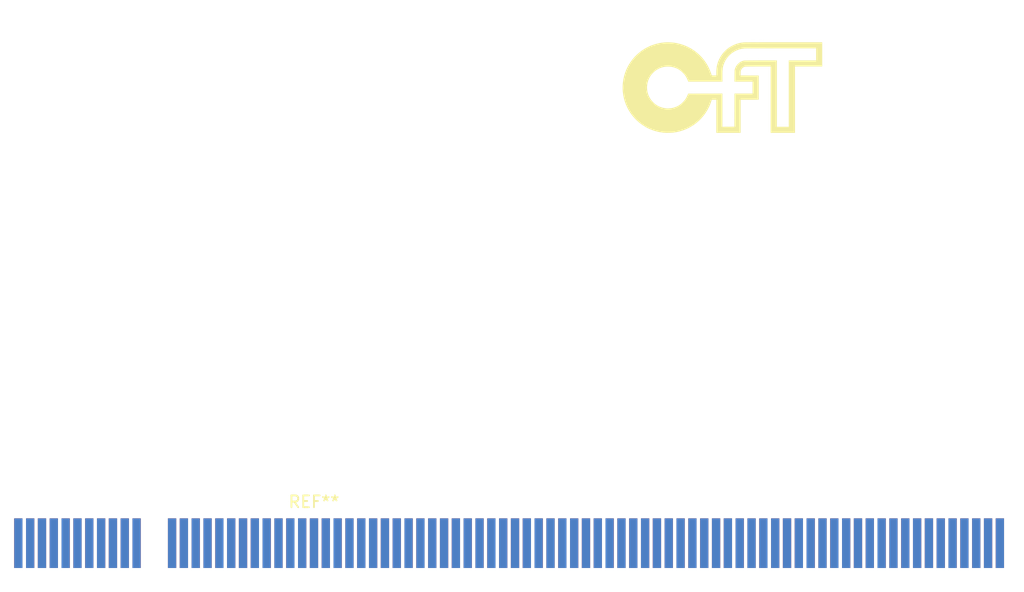
<source format=kicad_pcb>
(kicad_pcb (version 20171130) (host pcbnew 5.1.2-f72e74a~84~ubuntu18.04.1)

  (general
    (thickness 1.6)
    (drawings 0)
    (tracks 0)
    (zones 0)
    (modules 2)
    (nets 1)
  )

  (page A4)
  (layers
    (0 F.Cu signal)
    (31 B.Cu signal)
    (32 B.Adhes user)
    (33 F.Adhes user)
    (34 B.Paste user)
    (35 F.Paste user)
    (36 B.SilkS user)
    (37 F.SilkS user)
    (38 B.Mask user)
    (39 F.Mask user)
    (40 Dwgs.User user)
    (41 Cmts.User user)
    (42 Eco1.User user)
    (43 Eco2.User user)
    (44 Edge.Cuts user)
    (45 Margin user hide)
    (46 B.CrtYd user)
    (47 F.CrtYd user hide)
    (48 B.Fab user)
    (49 F.Fab user hide)
  )

  (setup
    (last_trace_width 0.25)
    (trace_clearance 0.2)
    (zone_clearance 0.508)
    (zone_45_only no)
    (trace_min 0.2)
    (via_size 0.8)
    (via_drill 0.4)
    (via_min_size 0.4)
    (via_min_drill 0.3)
    (uvia_size 0.3)
    (uvia_drill 0.1)
    (uvias_allowed no)
    (uvia_min_size 0.2)
    (uvia_min_drill 0.1)
    (edge_width 0.05)
    (segment_width 0.2)
    (pcb_text_width 0.3)
    (pcb_text_size 1.5 1.5)
    (mod_edge_width 0.12)
    (mod_text_size 1 1)
    (mod_text_width 0.15)
    (pad_size 1.5 0.6)
    (pad_drill 0)
    (pad_to_mask_clearance 0.051)
    (solder_mask_min_width 0.25)
    (aux_axis_origin 0 0)
    (visible_elements FFFFFF7F)
    (pcbplotparams
      (layerselection 0x010fc_ffffffff)
      (usegerberextensions false)
      (usegerberattributes false)
      (usegerberadvancedattributes false)
      (creategerberjobfile false)
      (excludeedgelayer true)
      (linewidth 0.100000)
      (plotframeref false)
      (viasonmask false)
      (mode 1)
      (useauxorigin false)
      (hpglpennumber 1)
      (hpglpenspeed 20)
      (hpglpendiameter 15.000000)
      (psnegative false)
      (psa4output false)
      (plotreference true)
      (plotvalue true)
      (plotinvisibletext false)
      (padsonsilk false)
      (subtractmaskfromsilk false)
      (outputformat 1)
      (mirror false)
      (drillshape 1)
      (scaleselection 1)
      (outputdirectory ""))
  )

  (net 0 "")

  (net_class Default "This is the default net class."
    (clearance 0.2)
    (trace_width 0.25)
    (via_dia 0.8)
    (via_drill 0.4)
    (uvia_dia 0.3)
    (uvia_drill 0.1)
  )

  (module alexios:CFT-LOGO (layer F.Cu) (tedit 5D23715D) (tstamp 5D23CFB8)
    (at 153.289 88.9)
    (fp_text reference G*** (at 0 0) (layer F.SilkS) hide
      (effects (font (size 1.524 1.524) (thickness 0.3)))
    )
    (fp_text value LOGO (at 0.75 0) (layer F.SilkS) hide
      (effects (font (size 1.524 1.524) (thickness 0.3)))
    )
    (fp_poly (pts (xy 7.961359 5.374442) (xy 5.665199 5.374442) (xy 5.665199 10.992922) (xy 3.612879 10.992922)
      (xy 3.612879 5.374442) (xy 2.542069 5.374441) (xy 2.371094 5.374451) (xy 2.219225 5.374495)
      (xy 2.085248 5.374595) (xy 1.96795 5.374771) (xy 1.866116 5.375045) (xy 1.778534 5.37544)
      (xy 1.703988 5.375975) (xy 1.641266 5.376674) (xy 1.589152 5.377557) (xy 1.546435 5.378645)
      (xy 1.511899 5.37996) (xy 1.484331 5.381524) (xy 1.462517 5.383358) (xy 1.445243 5.385484)
      (xy 1.431295 5.387922) (xy 1.41946 5.390695) (xy 1.408523 5.393824) (xy 1.406258 5.394518)
      (xy 1.322072 5.430803) (xy 1.245401 5.483997) (xy 1.178874 5.551286) (xy 1.125121 5.629853)
      (xy 1.086772 5.716885) (xy 1.078293 5.745637) (xy 1.07093 5.784582) (xy 1.066003 5.836756)
      (xy 1.063338 5.90467) (xy 1.062719 5.970872) (xy 1.062719 6.136313) (xy 1.827259 6.138917)
      (xy 2.591799 6.141522) (xy 2.591799 8.183682) (xy 1.062719 8.18889) (xy 1.062719 10.992922)
      (xy -0.979441 10.992922) (xy -0.979441 8.188762) (xy -1.17788 8.188762) (xy -1.250635 8.189097)
      (xy -1.30508 8.190186) (xy -1.343215 8.192156) (xy -1.367039 8.195131) (xy -1.378554 8.199237)
      (xy -1.380244 8.201462) (xy -1.425666 8.343824) (xy -1.469375 8.470622) (xy -1.513116 8.586312)
      (xy -1.558636 8.695354) (xy -1.607679 8.802206) (xy -1.645828 8.879642) (xy -1.780916 9.124865)
      (xy -1.931613 9.35752) (xy -2.097151 9.577071) (xy -2.276763 9.782979) (xy -2.46968 9.974707)
      (xy -2.675135 10.151716) (xy -2.892361 10.31347) (xy -3.120589 10.45943) (xy -3.359053 10.589059)
      (xy -3.606983 10.701819) (xy -3.863614 10.797172) (xy -4.128176 10.874581) (xy -4.399902 10.933508)
      (xy -4.626881 10.967583) (xy -4.672888 10.972014) (xy -4.733424 10.976193) (xy -4.804756 10.980012)
      (xy -4.883151 10.983364) (xy -4.964874 10.986144) (xy -5.046192 10.988243) (xy -5.12337 10.989555)
      (xy -5.192675 10.989974) (xy -5.250373 10.989392) (xy -5.29273 10.987703) (xy -5.302521 10.986903)
      (xy -5.329306 10.984305) (xy -5.370261 10.980389) (xy -5.419329 10.975733) (xy -5.460001 10.971896)
      (xy -5.679824 10.94345) (xy -5.905756 10.899466) (xy -6.132592 10.841279) (xy -6.355125 10.770228)
      (xy -6.568149 10.68765) (xy -6.570701 10.686562) (xy -6.663217 10.646328) (xy -6.743114 10.60959)
      (xy -6.816699 10.573142) (xy -6.890275 10.533779) (xy -6.970147 10.488295) (xy -7.029721 10.453158)
      (xy -7.263313 10.302363) (xy -7.48439 10.135978) (xy -7.692239 9.954842) (xy -7.886144 9.759792)
      (xy -8.065393 9.551669) (xy -8.22927 9.331309) (xy -8.377062 9.099553) (xy -8.508054 8.857239)
      (xy -8.621533 8.605205) (xy -8.637762 8.564682) (xy -8.729718 8.304021) (xy -8.802045 8.039869)
      (xy -8.854933 7.773228) (xy -8.888569 7.505099) (xy -8.903142 7.236482) (xy -8.900984 7.10199)
      (xy -6.850213 7.10199) (xy -6.846265 7.285226) (xy -6.823541 7.467092) (xy -6.78205 7.645833)
      (xy -6.721805 7.819692) (xy -6.668496 7.937519) (xy -6.573866 8.1051) (xy -6.464372 8.259249)
      (xy -6.340951 8.399312) (xy -6.20454 8.524631) (xy -6.056076 8.634553) (xy -5.896497 8.728421)
      (xy -5.726739 8.805579) (xy -5.547739 8.865372) (xy -5.360435 8.907145) (xy -5.26239 8.921254)
      (xy -5.192898 8.926653) (xy -5.109909 8.928696) (xy -5.019936 8.927585) (xy -4.929489 8.923523)
      (xy -4.845078 8.916713) (xy -4.773215 8.907356) (xy -4.764041 8.905767) (xy -4.577944 8.862158)
      (xy -4.4 8.8) (xy -4.230749 8.719584) (xy -4.070729 8.621199) (xy -3.920479 8.505136)
      (xy -3.788681 8.380228) (xy -3.700927 8.283143) (xy -3.624612 8.185777) (xy -3.556705 8.083454)
      (xy -3.494172 7.971496) (xy -3.433983 7.845226) (xy -3.417607 7.807762) (xy -3.360825 7.675682)
      (xy -0.471441 7.670532) (xy -0.471441 10.485109) (xy 0.039099 10.482475) (xy 0.549639 10.479842)
      (xy 0.552214 9.075222) (xy 0.55479 7.670602) (xy 2.078719 7.670602) (xy 2.078719 6.654602)
      (xy 0.553632 6.654602) (xy 0.557186 6.169462) (xy 0.558036 6.057316) (xy 0.558862 5.963515)
      (xy 0.559758 5.886079) (xy 0.560819 5.823034) (xy 0.562136 5.772403) (xy 0.563806 5.732209)
      (xy 0.565921 5.700476) (xy 0.568575 5.675226) (xy 0.571863 5.654485) (xy 0.575878 5.636275)
      (xy 0.580714 5.618619) (xy 0.583851 5.608122) (xy 0.63677 5.466703) (xy 0.706115 5.337207)
      (xy 0.791843 5.219708) (xy 0.833235 5.173414) (xy 0.939098 5.075545) (xy 1.053846 4.995574)
      (xy 1.176736 4.93391) (xy 1.307027 4.890959) (xy 1.371924 4.877119) (xy 1.39275 4.875313)
      (xy 1.433877 4.873674) (xy 1.495287 4.872201) (xy 1.576962 4.870896) (xy 1.678885 4.869758)
      (xy 1.801036 4.868787) (xy 1.943399 4.867984) (xy 2.105955 4.867348) (xy 2.288687 4.86688)
      (xy 2.491575 4.86658) (xy 2.714603 4.866448) (xy 2.781624 4.866442) (xy 4.131039 4.866442)
      (xy 4.131039 10.484922) (xy 5.147039 10.484922) (xy 5.147039 4.866442) (xy 7.453359 4.866442)
      (xy 7.453359 3.840282) (xy 4.463779 3.840368) (xy 4.1487 3.840413) (xy 3.848686 3.840527)
      (xy 3.56405 3.840709) (xy 3.295109 3.840958) (xy 3.042176 3.841274) (xy 2.805568 3.841655)
      (xy 2.5856 3.8421) (xy 2.382587 3.842608) (xy 2.196844 3.843179) (xy 2.028686 3.84381)
      (xy 1.878429 3.844502) (xy 1.746389 3.845252) (xy 1.632879 3.846061) (xy 1.538216 3.846926)
      (xy 1.462714 3.847847) (xy 1.406689 3.848824) (xy 1.370457 3.849854) (xy 1.357359 3.850578)
      (xy 1.159722 3.877562) (xy 0.968137 3.923232) (xy 0.783705 3.986721) (xy 0.607529 4.067163)
      (xy 0.440709 4.163694) (xy 0.284349 4.275448) (xy 0.13955 4.401558) (xy 0.007415 4.541159)
      (xy -0.110956 4.693386) (xy -0.214459 4.857372) (xy -0.301993 5.032252) (xy -0.369061 5.206802)
      (xy -0.390395 5.273568) (xy -0.40861 5.336471) (xy -0.423944 5.397792) (xy -0.436633 5.459812)
      (xy -0.446914 5.524813) (xy -0.455025 5.595076) (xy -0.461203 5.672884) (xy -0.465685 5.760518)
      (xy -0.468708 5.860259) (xy -0.470509 5.97439) (xy -0.471326 6.105191) (xy -0.471441 6.191921)
      (xy -0.471441 6.654602) (xy -3.354646 6.654602) (xy -3.398068 6.545382) (xy -3.460798 6.399898)
      (xy -3.527704 6.27024) (xy -3.601583 6.151962) (xy -3.685229 6.040616) (xy -3.78144 5.931756)
      (xy -3.788536 5.924303) (xy -3.924946 5.795923) (xy -4.071947 5.684129) (xy -4.228092 5.58918)
      (xy -4.391932 5.511333) (xy -4.562017 5.450847) (xy -4.7369 5.40798) (xy -4.91513 5.38299)
      (xy -5.095261 5.376135) (xy -5.275842 5.387674) (xy -5.455425 5.417865) (xy -5.632562 5.466965)
      (xy -5.805803 5.535234) (xy -5.851161 5.556711) (xy -6.020141 5.65046) (xy -6.175006 5.75882)
      (xy -6.315622 5.881655) (xy -6.441851 6.018826) (xy -6.553556 6.170195) (xy -6.650602 6.335626)
      (xy -6.678025 6.390442) (xy -6.749291 6.561609) (xy -6.801737 6.738426) (xy -6.835374 6.919138)
      (xy -6.850213 7.10199) (xy -8.900984 7.10199) (xy -8.89884 6.968379) (xy -8.875852 6.70179)
      (xy -8.834366 6.437717) (xy -8.774571 6.177159) (xy -8.696654 5.921119) (xy -8.600804 5.670598)
      (xy -8.487211 5.426595) (xy -8.356061 5.190113) (xy -8.207544 4.962151) (xy -8.041848 4.743712)
      (xy -7.884544 4.562928) (xy -7.686845 4.364206) (xy -7.477474 4.182006) (xy -7.256929 4.016576)
      (xy -7.025709 3.868166) (xy -6.784312 3.737024) (xy -6.533236 3.623399) (xy -6.272979 3.527542)
      (xy -6.00404 3.4497) (xy -5.726917 3.390122) (xy -5.460001 3.351064) (xy -5.393249 3.345321)
      (xy -5.310581 3.341173) (xy -5.21634 3.338591) (xy -5.114864 3.33755) (xy -5.010495 3.338022)
      (xy -4.907574 3.339982) (xy -4.81044 3.343402) (xy -4.723435 3.348256) (xy -4.650898 3.354517)
      (xy -4.637041 3.356114) (xy -4.355802 3.400345) (xy -4.081719 3.463337) (xy -3.81541 3.544756)
      (xy -3.557494 3.644268) (xy -3.308591 3.761538) (xy -3.069318 3.896231) (xy -2.840295 4.048014)
      (xy -2.622141 4.216552) (xy -2.415473 4.40151) (xy -2.220912 4.602555) (xy -2.124147 4.714042)
      (xy -1.958604 4.92719) (xy -1.809158 5.151515) (xy -1.675468 5.387659) (xy -1.557196 5.636264)
      (xy -1.454003 5.897974) (xy -1.380118 6.123742) (xy -1.373503 6.128389) (xy -1.355483 6.131851)
      (xy -1.324058 6.134252) (xy -1.277226 6.135719) (xy -1.212985 6.136376) (xy -1.17788 6.136442)
      (xy -0.979441 6.136442) (xy -0.979441 5.905239) (xy -0.976543 5.739689) (xy -0.967418 5.589297)
      (xy -0.951425 5.449682) (xy -0.927922 5.316465) (xy -0.896267 5.185266) (xy -0.855817 5.051704)
      (xy -0.853091 5.043504) (xy -0.783542 4.858834) (xy -0.700684 4.68298) (xy -0.602452 4.512078)
      (xy -0.486781 4.342262) (xy -0.457198 4.302562) (xy -0.413946 4.249139) (xy -0.358996 4.186911)
      (xy -0.296348 4.119971) (xy -0.230002 4.052415) (xy -0.163958 3.988339) (xy -0.102217 3.931837)
      (xy -0.060213 3.896141) (xy 0.114532 3.766992) (xy 0.301504 3.652855) (xy 0.498462 3.554645)
      (xy 0.703163 3.473275) (xy 0.913365 3.40966) (xy 1.126826 3.364714) (xy 1.296399 3.342997)
      (xy 1.319173 3.341835) (xy 1.361262 3.34074) (xy 1.422726 3.339712) (xy 1.503624 3.338753)
      (xy 1.604015 3.337861) (xy 1.723958 3.337036) (xy 1.863513 3.336278) (xy 2.022739 3.335588)
      (xy 2.201696 3.334963) (xy 2.400443 3.334406) (xy 2.619038 3.333914) (xy 2.857542 3.333489)
      (xy 3.116013 3.33313) (xy 3.394512 3.332836) (xy 3.693096 3.332608) (xy 4.011827 3.332446)
      (xy 4.350762 3.332348) (xy 4.687299 3.332316) (xy 7.961359 3.332282) (xy 7.961359 5.374442)) (layer F.SilkS) (width 0.01))
  )

  (module alexios:PCIExpress_x8_2x49_P1.00mm_Edge (layer F.Cu) (tedit 5CEC46A1) (tstamp 5CED993E)
    (at 118.282 134.62)
    (descr "PCI Express x8 edge connector")
    (tags "pci express x8")
    (attr virtual)
    (fp_text reference REF** (at 0 -3.5) (layer F.SilkS)
      (effects (font (size 1 1) (thickness 0.15)))
    )
    (fp_text value PCIExpress_x16_2x82_P1.00mm_Edge (at 0 5) (layer F.Fab)
      (effects (font (size 1 1) (thickness 0.15)))
    )
    (fp_line (start -14.45 -4.9) (end -14.45 3.5) (layer F.Fab) (width 0.1))
    (fp_line (start 58.65 -4.9) (end 58.65 3.5) (layer F.Fab) (width 0.1))
    (fp_line (start -12.55 -4.9) (end -12.55 3.5) (layer F.Fab) (width 0.1))
    (fp_line (start -25.65 -4.9) (end -25.65 3.5) (layer F.Fab) (width 0.1))
    (fp_line (start -12.55 3.5) (end 58.65 3.5) (layer F.Fab) (width 0.1))
    (fp_line (start -25.65 3.5) (end -14.45 3.5) (layer F.Fab) (width 0.1))
    (fp_line (start -14.45 -4.9) (end -12.55 -4.9) (layer F.Fab) (width 0.1))
    (fp_line (start -26.2 4.1) (end -13.9 4.1) (layer F.CrtYd) (width 0.05))
    (fp_line (start -13.9 4.1) (end -13.9 -4.3) (layer F.CrtYd) (width 0.05))
    (fp_line (start -13.9 -4.3) (end -13.1 -4.3) (layer F.CrtYd) (width 0.05))
    (fp_line (start -13.1 -4.3) (end -13.1 4.1) (layer F.CrtYd) (width 0.05))
    (fp_line (start -13.1 4.1) (end 59.2 4.1) (layer F.CrtYd) (width 0.05))
    (fp_line (start 59.2 4.1) (end 59.2 -2.6) (layer F.CrtYd) (width 0.05))
    (fp_line (start -26.2 -2.6) (end -26.2 4.1) (layer F.CrtYd) (width 0.05))
    (fp_line (start 59.2 -2.6) (end -12.5 -2.6) (layer F.CrtYd) (width 0.05))
    (fp_line (start -12.5 -2.6) (end -12.5 -5) (layer F.CrtYd) (width 0.05))
    (fp_line (start -12.5 -5) (end -14.5 -5) (layer F.CrtYd) (width 0.05))
    (fp_line (start -14.5 -5) (end -14.5 -2.6) (layer F.CrtYd) (width 0.05))
    (fp_line (start -14.5 -2.6) (end -26.2 -2.6) (layer F.CrtYd) (width 0.05))
    (fp_line (start 58.65 -4.9) (end 60 -4.9) (layer F.Fab) (width 0.1))
    (fp_line (start -25.65 -4.9) (end -26.5 -4.9) (layer F.Fab) (width 0.1))
    (fp_text user %R (at 0 2.8) (layer F.Fab)
      (effects (font (size 1 1) (thickness 0.15)))
    )
    (pad A82 connect rect (at 58 0) (size 0.7 4.2) (layers B.Cu B.Mask))
    (pad A81 connect rect (at 57 0) (size 0.7 4.2) (layers B.Cu B.Mask))
    (pad A80 connect rect (at 56 0) (size 0.7 4.2) (layers B.Cu B.Mask))
    (pad A79 connect rect (at 55 0) (size 0.7 4.2) (layers B.Cu B.Mask))
    (pad A78 connect rect (at 54 0) (size 0.7 4.2) (layers B.Cu B.Mask))
    (pad A77 connect rect (at 53 0) (size 0.7 4.2) (layers B.Cu B.Mask))
    (pad A76 connect rect (at 52 0) (size 0.7 4.2) (layers B.Cu B.Mask))
    (pad A75 connect rect (at 51 0) (size 0.7 4.2) (layers B.Cu B.Mask))
    (pad A74 connect rect (at 50 0) (size 0.7 4.2) (layers B.Cu B.Mask))
    (pad A73 connect rect (at 49 0) (size 0.7 4.2) (layers B.Cu B.Mask))
    (pad A72 connect rect (at 48 0) (size 0.7 4.2) (layers B.Cu B.Mask))
    (pad A71 connect rect (at 47 0) (size 0.7 4.2) (layers B.Cu B.Mask))
    (pad A70 connect rect (at 46 0) (size 0.7 4.2) (layers B.Cu B.Mask))
    (pad A69 connect rect (at 45 0) (size 0.7 4.2) (layers B.Cu B.Mask))
    (pad A68 connect rect (at 44 0) (size 0.7 4.2) (layers B.Cu B.Mask))
    (pad A67 connect rect (at 43 0) (size 0.7 4.2) (layers B.Cu B.Mask))
    (pad A66 connect rect (at 42 0) (size 0.7 4.2) (layers B.Cu B.Mask))
    (pad A65 connect rect (at 41 0) (size 0.7 4.2) (layers B.Cu B.Mask))
    (pad A64 connect rect (at 40 0) (size 0.7 4.2) (layers B.Cu B.Mask))
    (pad A63 connect rect (at 39 0) (size 0.7 4.2) (layers B.Cu B.Mask))
    (pad A62 connect rect (at 38 0) (size 0.7 4.2) (layers B.Cu B.Mask))
    (pad A61 connect rect (at 37 0) (size 0.7 4.2) (layers B.Cu B.Mask))
    (pad A60 connect rect (at 36 0) (size 0.7 4.2) (layers B.Cu B.Mask))
    (pad A59 connect rect (at 35 0) (size 0.7 4.2) (layers B.Cu B.Mask))
    (pad A58 connect rect (at 34 0) (size 0.7 4.2) (layers B.Cu B.Mask))
    (pad A57 connect rect (at 33 0) (size 0.7 4.2) (layers B.Cu B.Mask))
    (pad A56 connect rect (at 32 0) (size 0.7 4.2) (layers B.Cu B.Mask))
    (pad A55 connect rect (at 31 0) (size 0.7 4.2) (layers B.Cu B.Mask))
    (pad A54 connect rect (at 30 0) (size 0.7 4.2) (layers B.Cu B.Mask))
    (pad A53 connect rect (at 29 0) (size 0.7 4.2) (layers B.Cu B.Mask))
    (pad A52 connect rect (at 28 0) (size 0.7 4.2) (layers B.Cu B.Mask))
    (pad A51 connect rect (at 27 0) (size 0.7 4.2) (layers B.Cu B.Mask))
    (pad A50 connect rect (at 26 0) (size 0.7 4.2) (layers B.Cu B.Mask))
    (pad B82 connect rect (at 58 0) (size 0.7 4.2) (layers F.Cu F.Mask))
    (pad B81 connect rect (at 57 0) (size 0.7 4.2) (layers F.Cu F.Mask))
    (pad B80 connect rect (at 56 0) (size 0.7 4.2) (layers F.Cu F.Mask))
    (pad B79 connect rect (at 55 0) (size 0.7 4.2) (layers F.Cu F.Mask))
    (pad B78 connect rect (at 54 0) (size 0.7 4.2) (layers F.Cu F.Mask))
    (pad B77 connect rect (at 53 0) (size 0.7 4.2) (layers F.Cu F.Mask))
    (pad B76 connect rect (at 52 0) (size 0.7 4.2) (layers F.Cu F.Mask))
    (pad B75 connect rect (at 51 0) (size 0.7 4.2) (layers F.Cu F.Mask))
    (pad B74 connect rect (at 50 0) (size 0.7 4.2) (layers F.Cu F.Mask))
    (pad B73 connect rect (at 49 0) (size 0.7 4.2) (layers F.Cu F.Mask))
    (pad B72 connect rect (at 48 0) (size 0.7 4.2) (layers F.Cu F.Mask))
    (pad B71 connect rect (at 47 0) (size 0.7 4.2) (layers F.Cu F.Mask))
    (pad B70 connect rect (at 46 0) (size 0.7 4.2) (layers F.Cu F.Mask))
    (pad B69 connect rect (at 45 0) (size 0.7 4.2) (layers F.Cu F.Mask))
    (pad B68 connect rect (at 44 0) (size 0.7 4.2) (layers F.Cu F.Mask))
    (pad B67 connect rect (at 43 0) (size 0.7 4.2) (layers F.Cu F.Mask))
    (pad B66 connect rect (at 42 0) (size 0.7 4.2) (layers F.Cu F.Mask))
    (pad B65 connect rect (at 41 0) (size 0.7 4.2) (layers F.Cu F.Mask))
    (pad B64 connect rect (at 40 0) (size 0.7 4.2) (layers F.Cu F.Mask))
    (pad B63 connect rect (at 39 0) (size 0.7 4.2) (layers F.Cu F.Mask))
    (pad B62 connect rect (at 38 0) (size 0.7 4.2) (layers F.Cu F.Mask))
    (pad B61 connect rect (at 37 0) (size 0.7 4.2) (layers F.Cu F.Mask))
    (pad B60 connect rect (at 36 0) (size 0.7 4.2) (layers F.Cu F.Mask))
    (pad B59 connect rect (at 35 0) (size 0.7 4.2) (layers F.Cu F.Mask))
    (pad B58 connect rect (at 34 0) (size 0.7 4.2) (layers F.Cu F.Mask))
    (pad B57 connect rect (at 33 0) (size 0.7 4.2) (layers F.Cu F.Mask))
    (pad B56 connect rect (at 32 0) (size 0.7 4.2) (layers F.Cu F.Mask))
    (pad B55 connect rect (at 31 0) (size 0.7 4.2) (layers F.Cu F.Mask))
    (pad B54 connect rect (at 30 0) (size 0.7 4.2) (layers F.Cu F.Mask))
    (pad B53 connect rect (at 29 0) (size 0.7 4.2) (layers F.Cu F.Mask))
    (pad B52 connect rect (at 28 0) (size 0.7 4.2) (layers F.Cu F.Mask))
    (pad B51 connect rect (at 27 0) (size 0.7 4.2) (layers F.Cu F.Mask))
    (pad B50 connect rect (at 26 0) (size 0.7 4.2) (layers F.Cu F.Mask))
    (pad A49 connect rect (at 25 0) (size 0.7 4.2) (layers B.Cu B.Mask))
    (pad A48 connect rect (at 24 0) (size 0.7 4.2) (layers B.Cu B.Mask))
    (pad A47 connect rect (at 23 0) (size 0.7 4.2) (layers B.Cu B.Mask))
    (pad A46 connect rect (at 22 0) (size 0.7 4.2) (layers B.Cu B.Mask))
    (pad A45 connect rect (at 21 0) (size 0.7 4.2) (layers B.Cu B.Mask))
    (pad A44 connect rect (at 20 0) (size 0.7 4.2) (layers B.Cu B.Mask))
    (pad A43 connect rect (at 19 0) (size 0.7 4.2) (layers B.Cu B.Mask))
    (pad A42 connect rect (at 18 0) (size 0.7 4.2) (layers B.Cu B.Mask))
    (pad A41 connect rect (at 17 0) (size 0.7 4.2) (layers B.Cu B.Mask))
    (pad A40 connect rect (at 16 0) (size 0.7 4.2) (layers B.Cu B.Mask))
    (pad A39 connect rect (at 15 0) (size 0.7 4.2) (layers B.Cu B.Mask))
    (pad A38 connect rect (at 14 0) (size 0.7 4.2) (layers B.Cu B.Mask))
    (pad A37 connect rect (at 13 0) (size 0.7 4.2) (layers B.Cu B.Mask))
    (pad A36 connect rect (at 12 0) (size 0.7 4.2) (layers B.Cu B.Mask))
    (pad A35 connect rect (at 11 0) (size 0.7 4.2) (layers B.Cu B.Mask))
    (pad A34 connect rect (at 10 0) (size 0.7 4.2) (layers B.Cu B.Mask))
    (pad A33 connect rect (at 9 0) (size 0.7 4.2) (layers B.Cu B.Mask))
    (pad A32 connect rect (at 8 0) (size 0.7 4.2) (layers B.Cu B.Mask))
    (pad A31 connect rect (at 7 0) (size 0.7 4.2) (layers B.Cu B.Mask))
    (pad A30 connect rect (at 6 0) (size 0.7 4.2) (layers B.Cu B.Mask))
    (pad A29 connect rect (at 5 0) (size 0.7 4.2) (layers B.Cu B.Mask))
    (pad A28 connect rect (at 4 0) (size 0.7 4.2) (layers B.Cu B.Mask))
    (pad A27 connect rect (at 3 0) (size 0.7 4.2) (layers B.Cu B.Mask))
    (pad A26 connect rect (at 2 0) (size 0.7 4.2) (layers B.Cu B.Mask))
    (pad A25 connect rect (at 1 0) (size 0.7 4.2) (layers B.Cu B.Mask))
    (pad A24 connect rect (at 0 0) (size 0.7 4.2) (layers B.Cu B.Mask))
    (pad A23 connect rect (at -1 0) (size 0.7 4.2) (layers B.Cu B.Mask))
    (pad A22 connect rect (at -2 0) (size 0.7 4.2) (layers B.Cu B.Mask))
    (pad A21 connect rect (at -3 0) (size 0.7 4.2) (layers B.Cu B.Mask))
    (pad A20 connect rect (at -4 0) (size 0.7 4.2) (layers B.Cu B.Mask))
    (pad A19 connect rect (at -5 0) (size 0.7 4.2) (layers B.Cu B.Mask))
    (pad A18 connect rect (at -6 0) (size 0.7 4.2) (layers B.Cu B.Mask))
    (pad A17 connect rect (at -7 0) (size 0.7 4.2) (layers B.Cu B.Mask))
    (pad A16 connect rect (at -8 0) (size 0.7 4.2) (layers B.Cu B.Mask))
    (pad A15 connect rect (at -9 0) (size 0.7 4.2) (layers B.Cu B.Mask))
    (pad A14 connect rect (at -10 0) (size 0.7 4.2) (layers B.Cu B.Mask))
    (pad A13 connect rect (at -11 0) (size 0.7 4.2) (layers B.Cu B.Mask))
    (pad A11 connect rect (at -15 0) (size 0.7 4.2) (layers B.Cu B.Mask))
    (pad A10 connect rect (at -16 0) (size 0.7 4.2) (layers B.Cu B.Mask))
    (pad A9 connect rect (at -17 0) (size 0.7 4.2) (layers B.Cu B.Mask))
    (pad A8 connect rect (at -18 0) (size 0.7 4.2) (layers B.Cu B.Mask))
    (pad A7 connect rect (at -19 0) (size 0.7 4.2) (layers B.Cu B.Mask))
    (pad A6 connect rect (at -20 0) (size 0.7 4.2) (layers B.Cu B.Mask))
    (pad A5 connect rect (at -21 0) (size 0.7 4.2) (layers B.Cu B.Mask))
    (pad A4 connect rect (at -22 0) (size 0.7 4.2) (layers B.Cu B.Mask))
    (pad A3 connect rect (at -23 0) (size 0.7 4.2) (layers B.Cu B.Mask))
    (pad A2 connect rect (at -24 0) (size 0.7 4.2) (layers B.Cu B.Mask))
    (pad A12 connect rect (at -12 0) (size 0.7 4.2) (layers B.Cu B.Mask))
    (pad A1 connect rect (at -25 0) (size 0.7 4.2) (layers B.Cu B.Mask))
    (pad B49 connect rect (at 25 0) (size 0.7 4.2) (layers F.Cu F.Mask))
    (pad B48 connect rect (at 24 0) (size 0.7 4.2) (layers F.Cu F.Mask))
    (pad B47 connect rect (at 23 0) (size 0.7 4.2) (layers F.Cu F.Mask))
    (pad B46 connect rect (at 22 0) (size 0.7 4.2) (layers F.Cu F.Mask))
    (pad B45 connect rect (at 21 0) (size 0.7 4.2) (layers F.Cu F.Mask))
    (pad B44 connect rect (at 20 0) (size 0.7 4.2) (layers F.Cu F.Mask))
    (pad B43 connect rect (at 19 0) (size 0.7 4.2) (layers F.Cu F.Mask))
    (pad B42 connect rect (at 18 0) (size 0.7 4.2) (layers F.Cu F.Mask))
    (pad B41 connect rect (at 17 0) (size 0.7 4.2) (layers F.Cu F.Mask))
    (pad B40 connect rect (at 16 0) (size 0.7 4.2) (layers F.Cu F.Mask))
    (pad B39 connect rect (at 15 0) (size 0.7 4.2) (layers F.Cu F.Mask))
    (pad B38 connect rect (at 14 0) (size 0.7 4.2) (layers F.Cu F.Mask))
    (pad B37 connect rect (at 13 0) (size 0.7 4.2) (layers F.Cu F.Mask))
    (pad B36 connect rect (at 12 0) (size 0.7 4.2) (layers F.Cu F.Mask))
    (pad B35 connect rect (at 11 0) (size 0.7 4.2) (layers F.Cu F.Mask))
    (pad B34 connect rect (at 10 0) (size 0.7 4.2) (layers F.Cu F.Mask))
    (pad B33 connect rect (at 9 0) (size 0.7 4.2) (layers F.Cu F.Mask))
    (pad B32 connect rect (at 8 0) (size 0.7 4.2) (layers F.Cu F.Mask))
    (pad B31 connect rect (at 7 0) (size 0.7 4.2) (layers F.Cu F.Mask))
    (pad B30 connect rect (at 6 0) (size 0.7 4.2) (layers F.Cu F.Mask))
    (pad B29 connect rect (at 5 0) (size 0.7 4.2) (layers F.Cu F.Mask))
    (pad B28 connect rect (at 4 0) (size 0.7 4.2) (layers F.Cu F.Mask))
    (pad B27 connect rect (at 3 0) (size 0.7 4.2) (layers F.Cu F.Mask))
    (pad B26 connect rect (at 2 0) (size 0.7 4.2) (layers F.Cu F.Mask))
    (pad B25 connect rect (at 1 0) (size 0.7 4.2) (layers F.Cu F.Mask))
    (pad B24 connect rect (at 0 0) (size 0.7 4.2) (layers F.Cu F.Mask))
    (pad B23 connect rect (at -1 0) (size 0.7 4.2) (layers F.Cu F.Mask))
    (pad B22 connect rect (at -2 0) (size 0.7 4.2) (layers F.Cu F.Mask))
    (pad B21 connect rect (at -3 0) (size 0.7 4.2) (layers F.Cu F.Mask))
    (pad B20 connect rect (at -4 0) (size 0.7 4.2) (layers F.Cu F.Mask))
    (pad B19 connect rect (at -5 0) (size 0.7 4.2) (layers F.Cu F.Mask))
    (pad B18 connect rect (at -6 0) (size 0.7 4.2) (layers F.Cu F.Mask))
    (pad B17 connect rect (at -7 0) (size 0.7 4.2) (layers F.Cu F.Mask))
    (pad B16 connect rect (at -8 0) (size 0.7 4.2) (layers F.Cu F.Mask))
    (pad B15 connect rect (at -9 0) (size 0.7 4.2) (layers F.Cu F.Mask))
    (pad B14 connect rect (at -10 0) (size 0.7 4.2) (layers F.Cu F.Mask))
    (pad B13 connect rect (at -11 0) (size 0.7 4.2) (layers F.Cu F.Mask))
    (pad B12 connect rect (at -12 0) (size 0.7 4.2) (layers F.Cu F.Mask))
    (pad B11 connect rect (at -15 0) (size 0.7 4.2) (layers F.Cu F.Mask))
    (pad B10 connect rect (at -16 0) (size 0.7 4.2) (layers F.Cu F.Mask))
    (pad B9 connect rect (at -17 0) (size 0.7 4.2) (layers F.Cu F.Mask))
    (pad B8 connect rect (at -18 0) (size 0.7 4.2) (layers F.Cu F.Mask))
    (pad B7 connect rect (at -19 0) (size 0.7 4.2) (layers F.Cu F.Mask))
    (pad B6 connect rect (at -20 0) (size 0.7 4.2) (layers F.Cu F.Mask))
    (pad B5 connect rect (at -21 0) (size 0.7 4.2) (layers F.Cu F.Mask))
    (pad B4 connect rect (at -22 0) (size 0.7 4.2) (layers F.Cu F.Mask))
    (pad B3 connect rect (at -23 0) (size 0.7 4.2) (layers F.Cu F.Mask))
    (pad B2 connect rect (at -24 0) (size 0.7 4.2) (layers F.Cu F.Mask))
    (pad B1 connect rect (at -25 0) (size 0.7 4.2) (layers F.Cu F.Mask))
  )

)

</source>
